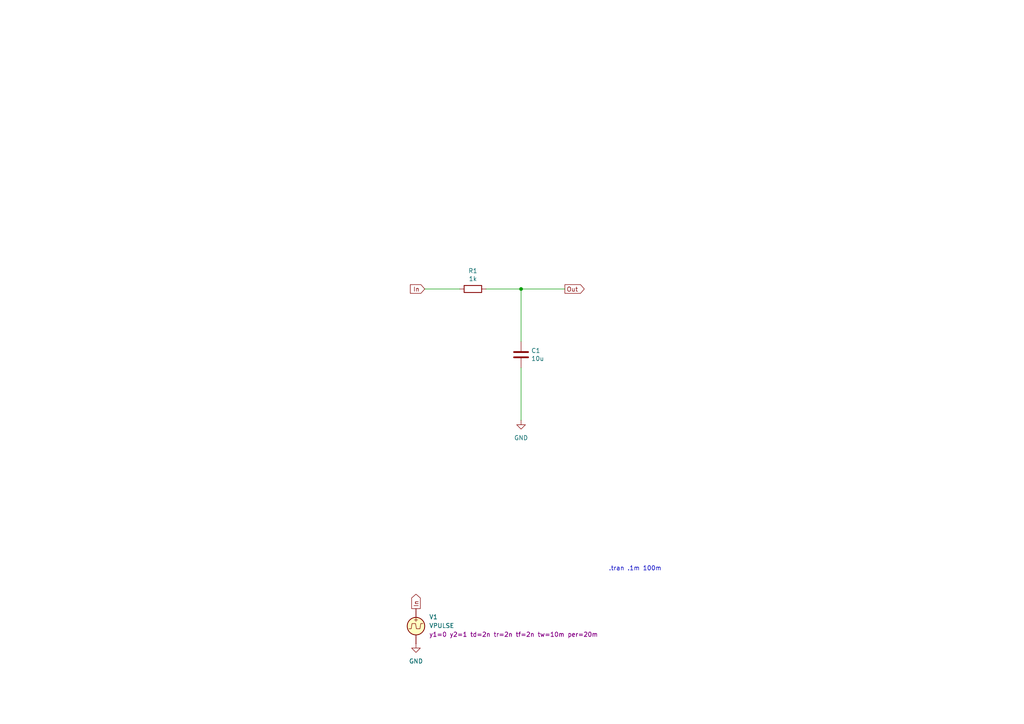
<source format=kicad_sch>
(kicad_sch (version 20231120) (generator "eeschema") (generator_version "8.0")
  (paper "A4")
  (title_block (title "Simulation, Transientanalyze with pulse") (date "2024-05-27") (rev "2") (company "GitHub/OJStuff"))
  (lib_symbols
    (symbol "Device:C" (pin_numbers hide) (pin_names (offset 0.254))
      (property "Reference" "C" (at 0.635 2.54 0))
      (property "Value" "C" (at 0.635 -2.54 0))
      (symbol "C_0_1"
        (polyline (pts (xy -2.032 -0.762) (xy 2.032 -0.762)) (stroke (width 0.508)))
        (polyline (pts (xy -2.032 0.762) (xy 2.032 0.762)) (stroke (width 0.508)))
      )
      (symbol "C_1_1"
        (pin passive line (at 0 3.81 270) (length 2.794) (name "~") (number "1"))
        (pin passive line (at 0 -3.81 90) (length 2.794) (name "~") (number "2"))
      )
    )
    (symbol "Device:R" (pin_numbers hide) (pin_names (offset 0))
      (property "Reference" "R" (at 2.032 0 90))
      (property "Value" "R" (at 0 0 90))
      (symbol "R_0_1"
        (rectangle (start -1.016 -2.54) (end 1.016 2.54) (stroke (width 0.254)))
      )
      (symbol "R_1_1"
        (pin passive line (at 0 3.81 270) (length 1.27) (name "~") (number "1"))
        (pin passive line (at 0 -3.81 90) (length 1.27) (name "~") (number "2"))
      )
    )
    (symbol "GND_1" (power) (pin_numbers hide) (pin_names (offset 0) hide)
      (property "Value" "GND" (at 0 -3.81 0))
      (symbol "GND_1_0_1"
        (polyline (pts (xy 0 0) (xy 0 -1.27) (xy 1.27 -1.27) (xy 0 -2.54) (xy -1.27 -1.27) (xy 0 -1.27)))
      )
      (symbol "GND_1_1_1"
        (pin power_in line (at 0 0 270) (length 0) (name "~") (number "1"))
      )
    )
    (symbol "VPULSE_1" (pin_numbers hide) (pin_names (offset 0.0254))
      (property "Reference" "V" (at 2.54 2.54 0))
      (property "Value" "VPULSE" (at 2.54 0 0))
      (property "Sim.Params" "y1=0 y2=1 td=2n tr=2n tf=2n tw=50n per=100n" (at 2.54 -2.54 0))
      (symbol "VPULSE_1_0_0"
        (polyline (pts (xy -2.032 -0.762) (xy -1.397 -0.762) (xy -1.143 0.762) (xy -0.127 0.762) (xy 0.127 -0.762) (xy 1.143 -0.762) (xy 1.397 0.762) (xy 2.032 0.762)))
        (text "+" (at 0 1.905 0) (effects (font (size 1.27 1.27))))
      )
      (symbol "VPULSE_1_0_1"
        (circle (center 0 0) (radius 2.54) (stroke (width 0.254)) (fill (type background)))
      )
      (symbol "VPULSE_1_1_1"
        (pin passive line (at 0 5.08 270) (length 2.54) (name "~") (number "1"))
        (pin passive line (at 0 -5.08 90) (length 2.54) (name "~") (number "2"))
      )
    )
  )
  (junction (at 151.13 83.82))
  (wire (pts (xy 151.13 83.82) (xy 151.13 99.06)))
  (wire (pts (xy 151.13 83.82) (xy 163.83 83.82)))
  (wire (pts (xy 140.97 83.82) (xy 151.13 83.82)))
  (wire (pts (xy 151.13 106.68) (xy 151.13 121.92)))
  (wire (pts (xy 123.19 83.82) (xy 133.35 83.82)))
  (text ".tran .1m 100m" (at 176.53 165.735 0) (effects (font (size 1.27 1.27)) (justify left bottom)))
  (global_label "In" (shape output) (at 120.65 176.53 90) (property "Intersheetrefs" "${INTERSHEET_REFS}" (effects (hide yes))))
  (global_label "In" (shape input) (at 123.19 83.82 180) (property "Intersheetrefs" "${INTERSHEET_REFS}" (effects (hide yes))))
  (global_label "Out" (shape output) (at 163.83 83.82 0) (property "Intersheetrefs" "${INTERSHEET_REFS}" (effects (hide yes))))
  (symbol (lib_name "GND_1") (lib_id "power:GND") (at 120.65 186.69 0) (unit 1)
    (property "Reference" "#PWR03" (effects (hide yes)))
    (property "Value" "GND" (at 120.65 191.77 0))
    (property "Description" "Power symbol creates a global label with name \"GND\" , ground" (effects (hide yes)))
  )
  (symbol (lib_id "Device:R") (at 137.16 83.82 270) (unit 1)
    (property "Reference" "R1" (at 137.16 78.5622 90))
    (property "Value" "1k" (at 137.16 80.8736 90))
  )
  (symbol (lib_id "Device:C") (at 151.13 102.87 0) (unit 1)
    (property "Reference" "C1" (at 154.051 101.7016 0) (effects (justify left)))
    (property "Value" "10u" (at 154.051 104.013 0) (effects (justify left)))
  )
  (symbol (lib_name "GND_1") (lib_id "power:GND") (at 151.13 121.92 0) (unit 1)
    (property "Reference" "#PWR02" (effects (hide yes)))
    (property "Value" "GND" (at 151.13 127 0))
    (property "Description" "Power symbol creates a global label with name \"GND\" , ground" (effects (hide yes)))
  )
  (symbol (lib_name "VPULSE_1") (lib_id "Simulation_SPICE:VPULSE") (at 120.65 181.61 0) (unit 1)
    (property "Reference" "V1" (at 124.46 178.9401 0) (effects (justify left)))
    (property "Value" "VPULSE" (at 124.46 181.4801 0) (effects (justify left)))
    (property "Datasheet" "https://ngspice.sourceforge.io/docs/ngspice-html-manual/manual.xhtml#sec_Independent_Sources_for" (effects (hide yes)))
    (property "Description" "Voltage source, pulse" (effects (hide yes)))
    (property "Sim.Pins" "1=+ 2=-" (effects (hide yes)))
    (property "Sim.Type" "PULSE" (effects (hide yes)))
    (property "Sim.Device" "V" (effects (hide yes)))
    (property "Sim.Params" "y1=0 y2=1 td=2n tr=2n tf=2n tw=10m per=20m" (at 124.46 184.0201 0) (effects (justify left)))
  )
)
</source>
